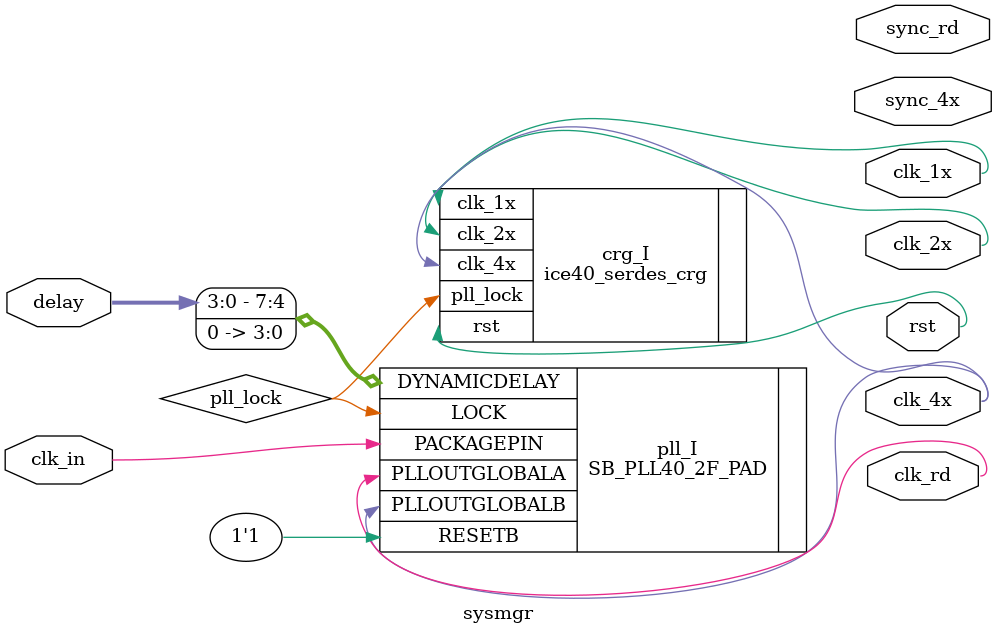
<source format=v>
/*
 * sysmgr.v
 *
 * vim: ts=4 sw=4
 *
 * Copyright (C) 2020-2021  Sylvain Munaut <tnt@246tNt.com>
 * SPDX-License-Identifier: CERN-OHL-P-2.0
 */

`default_nettype none

module sysmgr (
	input  wire [3:0] delay,
	input  wire clk_in,
	output wire clk_1x,
	output wire clk_2x,
	output wire clk_4x,
	output wire clk_rd,
	output wire sync_4x,
	output wire sync_rd,
	output wire rst
);

	wire       pll_lock;

	SB_PLL40_2F_PAD #(
		.FEEDBACK_PATH                  ("SIMPLE"),
		.DIVR                           (4'b0000),

	// 48
//		.DIVF                           (7'b0111111),
//		.DIVQ                           (3'b100),

	// 96
//		.DIVF                           (7'b0111111),
//		.DIVQ                           (3'b011),

	// 144
//		.DIVF                           (7'b0101111),
//		.DIVQ                           (3'b010),

	// 147
		.DIVF                           (7'b0110000),
		.DIVQ                           (3'b010),

	// 200
//		.DIVF                           (7'b1000010),
//		.DIVQ                           (3'b010),

		.FILTER_RANGE                   (3'b001),
		.DELAY_ADJUSTMENT_MODE_RELATIVE ("DYNAMIC"),
		.FDA_RELATIVE                   (15),
		.SHIFTREG_DIV_MODE              (0),
		.PLLOUT_SELECT_PORTA            ("GENCLK"),
		.PLLOUT_SELECT_PORTB            ("GENCLK")
	) pll_I (
		.PACKAGEPIN    (clk_in),
		.DYNAMICDELAY  ({delay, 4'h0}),
		.PLLOUTGLOBALA (clk_rd),
		.PLLOUTGLOBALB (clk_4x),
		.RESETB        (1'b1),
		.LOCK          (pll_lock)
	);

	ice40_serdes_crg #(
		.NO_CLOCK_2X(0)
	) crg_I (
		.clk_4x   (clk_4x),
		.pll_lock (pll_lock),
		.clk_1x   (clk_1x),
		.clk_2x   (clk_2x),
		.rst      (rst)
	);

`ifdef MEM_spi
	ice40_serdes_sync #(
		.PHASE      (2),
		.NEG_EDGE   (0),
`ifdef VIDEO_none
		.GLOBAL_BUF (0),
		.LOCAL_BUF  (0),
		.BEL_COL    ("X22"),
		.BEL_ROW    ("Y4"),
`else
		.GLOBAL_BUF (0),
		.LOCAL_BUF  (1),
		.BEL_COL    ("X15")
`endif
	) sync_4x_I (
		.clk_slow (clk_1x),
		.clk_fast (clk_4x),
		.rst      (rst),
		.sync     (sync_4x)
	);

	assign sync_rd = 1'b0;
`endif

`ifdef MEM_hyperram
	ice40_serdes_sync #(
		.PHASE      (2),
		.NEG_EDGE   (0),
		.GLOBAL_BUF (0),
		.LOCAL_BUF  (1),
		.BEL_COL    ("X12"),
		.BEL_ROW    ("Y15")
	) sync_4x_I (
		.clk_slow (clk_1x),
		.clk_fast (clk_4x),
		.rst      (rst),
		.sync     (sync_4x)
	);

	ice40_serdes_sync #(
		.PHASE      (2),
		.NEG_EDGE   (0),
		.GLOBAL_BUF (0),
		.LOCAL_BUF  (1),
		.BEL_COL    ("X13"),
		.BEL_ROW    ("Y15")
	) sync_rd_I (
		.clk_slow (clk_1x),
		.clk_fast (clk_rd),
		.rst      (rst),
		.sync     (sync_rd)
	);
`endif

endmodule // sysmgr

</source>
